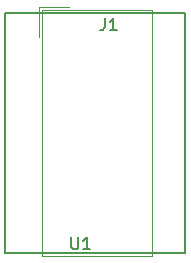
<source format=gto>
G04 #@! TF.GenerationSoftware,KiCad,Pcbnew,5.0.2+dfsg1-1*
G04 #@! TF.CreationDate,2021-08-07T23:43:54+09:00*
G04 #@! TF.ProjectId,tmc-hv-adapter,746d632d-6876-42d6-9164-61707465722e,rev?*
G04 #@! TF.SameCoordinates,Original*
G04 #@! TF.FileFunction,Legend,Top*
G04 #@! TF.FilePolarity,Positive*
%FSLAX46Y46*%
G04 Gerber Fmt 4.6, Leading zero omitted, Abs format (unit mm)*
G04 Created by KiCad (PCBNEW 5.0.2+dfsg1-1) date Sat 07 Aug 2021 11:43:54 PM JST*
%MOMM*%
%LPD*%
G01*
G04 APERTURE LIST*
%ADD10C,0.120000*%
%ADD11C,0.150000*%
G04 APERTURE END LIST*
D10*
G04 #@! TO.C,J1*
X158091000Y-67040000D02*
X158091000Y-87900000D01*
X158091000Y-87900000D02*
X148741000Y-87900000D01*
X148741000Y-87900000D02*
X148741000Y-67040000D01*
X148741000Y-67040000D02*
X158091000Y-67040000D01*
X148491000Y-66790000D02*
X148491000Y-69330000D01*
X148491000Y-66790000D02*
X151031000Y-66790000D01*
D11*
G04 #@! TO.C,U1*
X145685001Y-67310000D02*
X160925001Y-67310000D01*
X160925001Y-67310000D02*
X160925001Y-87630000D01*
X160925001Y-87630000D02*
X145685001Y-87630000D01*
X145685001Y-87630000D02*
X145685001Y-67310000D01*
G04 #@! TO.C,J1*
X154098666Y-67778380D02*
X154098666Y-68492666D01*
X154051047Y-68635523D01*
X153955809Y-68730761D01*
X153812952Y-68778380D01*
X153717714Y-68778380D01*
X155098666Y-68778380D02*
X154527238Y-68778380D01*
X154812952Y-68778380D02*
X154812952Y-67778380D01*
X154717714Y-67921238D01*
X154622476Y-68016476D01*
X154527238Y-68064095D01*
G04 #@! TO.C,U1*
X151273096Y-86312380D02*
X151273096Y-87121904D01*
X151320715Y-87217142D01*
X151368334Y-87264761D01*
X151463572Y-87312380D01*
X151654048Y-87312380D01*
X151749286Y-87264761D01*
X151796905Y-87217142D01*
X151844524Y-87121904D01*
X151844524Y-86312380D01*
X152844524Y-87312380D02*
X152273096Y-87312380D01*
X152558810Y-87312380D02*
X152558810Y-86312380D01*
X152463572Y-86455238D01*
X152368334Y-86550476D01*
X152273096Y-86598095D01*
G04 #@! TD*
M02*

</source>
